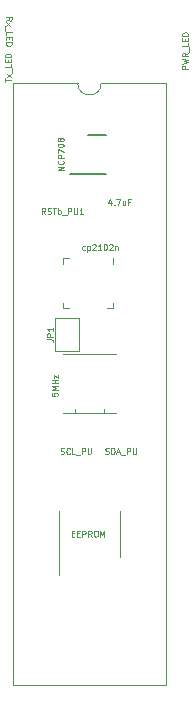
<source format=gbr>
%TF.GenerationSoftware,KiCad,Pcbnew,(5.1.9)-1*%
%TF.CreationDate,2021-04-12T21:57:58+01:00*%
%TF.ProjectId,Propeller_dev_board,50726f70-656c-46c6-9572-5f6465765f62,rev?*%
%TF.SameCoordinates,Original*%
%TF.FileFunction,Legend,Top*%
%TF.FilePolarity,Positive*%
%FSLAX46Y46*%
G04 Gerber Fmt 4.6, Leading zero omitted, Abs format (unit mm)*
G04 Created by KiCad (PCBNEW (5.1.9)-1) date 2021-04-12 21:57:58*
%MOMM*%
%LPD*%
G01*
G04 APERTURE LIST*
%ADD10C,0.120000*%
%ADD11C,0.150000*%
%ADD12C,0.100000*%
%ADD13C,0.125000*%
G04 APERTURE END LIST*
D10*
%TO.C,5MHz*%
X119645000Y-118147000D02*
X124195000Y-118147000D01*
X119645000Y-123100000D02*
X124195000Y-123100000D01*
X123120000Y-123063000D02*
X123120000Y-122809000D01*
X120720000Y-123063000D02*
X120720000Y-122809000D01*
%TO.C,JP1*%
X121015000Y-115059000D02*
X121015000Y-117859000D01*
X121015000Y-117859000D02*
X119015000Y-117859000D01*
X119015000Y-117859000D02*
X119015000Y-115059000D01*
X119015000Y-115059000D02*
X121015000Y-115059000D01*
%TO.C,cp2102n*%
X123903000Y-110506000D02*
X123903000Y-110031000D01*
X119683000Y-114251000D02*
X120158000Y-114251000D01*
X119683000Y-113776000D02*
X119683000Y-114251000D01*
X119683000Y-110031000D02*
X120158000Y-110031000D01*
X119683000Y-110506000D02*
X119683000Y-110031000D01*
X123903000Y-114251000D02*
X123428000Y-114251000D01*
X123903000Y-113776000D02*
X123903000Y-114251000D01*
%TO.C,U3*%
X128380000Y-95190000D02*
X122920000Y-95190000D01*
X128380000Y-146110000D02*
X128380000Y-95190000D01*
X115460000Y-146110000D02*
X128380000Y-146110000D01*
X115460000Y-95190000D02*
X115460000Y-146110000D01*
X120920000Y-95190000D02*
X115460000Y-95190000D01*
X122920000Y-95190000D02*
G75*
G02*
X120920000Y-95190000I-1000000J0D01*
G01*
%TO.C,EEPROM*%
X119360000Y-133350000D02*
X119360000Y-136800000D01*
X119360000Y-133350000D02*
X119360000Y-131400000D01*
X124480000Y-133350000D02*
X124480000Y-135300000D01*
X124480000Y-133350000D02*
X124480000Y-131400000D01*
D11*
%TO.C,NCP708*%
X121793000Y-99569000D02*
X123293000Y-99569000D01*
X120293000Y-102869000D02*
X123293000Y-102869000D01*
%TO.C,PWR_LED*%
D12*
X130274190Y-93991714D02*
X129774190Y-93991714D01*
X129774190Y-93801238D01*
X129798000Y-93753619D01*
X129821809Y-93729809D01*
X129869428Y-93706000D01*
X129940857Y-93706000D01*
X129988476Y-93729809D01*
X130012285Y-93753619D01*
X130036095Y-93801238D01*
X130036095Y-93991714D01*
X129774190Y-93539333D02*
X130274190Y-93420285D01*
X129917047Y-93325047D01*
X130274190Y-93229809D01*
X129774190Y-93110761D01*
X130274190Y-92634571D02*
X130036095Y-92801238D01*
X130274190Y-92920285D02*
X129774190Y-92920285D01*
X129774190Y-92729809D01*
X129798000Y-92682190D01*
X129821809Y-92658380D01*
X129869428Y-92634571D01*
X129940857Y-92634571D01*
X129988476Y-92658380D01*
X130012285Y-92682190D01*
X130036095Y-92729809D01*
X130036095Y-92920285D01*
X130321809Y-92539333D02*
X130321809Y-92158380D01*
X130274190Y-91801238D02*
X130274190Y-92039333D01*
X129774190Y-92039333D01*
X130012285Y-91634571D02*
X130012285Y-91467904D01*
X130274190Y-91396476D02*
X130274190Y-91634571D01*
X129774190Y-91634571D01*
X129774190Y-91396476D01*
X130274190Y-91182190D02*
X129774190Y-91182190D01*
X129774190Y-91063142D01*
X129798000Y-90991714D01*
X129845619Y-90944095D01*
X129893238Y-90920285D01*
X129988476Y-90896476D01*
X130059904Y-90896476D01*
X130155142Y-90920285D01*
X130202761Y-90944095D01*
X130250380Y-90991714D01*
X130274190Y-91063142D01*
X130274190Y-91182190D01*
%TO.C,SCL_PU*%
X119479380Y-126567380D02*
X119550809Y-126591190D01*
X119669857Y-126591190D01*
X119717476Y-126567380D01*
X119741285Y-126543571D01*
X119765095Y-126495952D01*
X119765095Y-126448333D01*
X119741285Y-126400714D01*
X119717476Y-126376904D01*
X119669857Y-126353095D01*
X119574619Y-126329285D01*
X119527000Y-126305476D01*
X119503190Y-126281666D01*
X119479380Y-126234047D01*
X119479380Y-126186428D01*
X119503190Y-126138809D01*
X119527000Y-126115000D01*
X119574619Y-126091190D01*
X119693666Y-126091190D01*
X119765095Y-126115000D01*
X120265095Y-126543571D02*
X120241285Y-126567380D01*
X120169857Y-126591190D01*
X120122238Y-126591190D01*
X120050809Y-126567380D01*
X120003190Y-126519761D01*
X119979380Y-126472142D01*
X119955571Y-126376904D01*
X119955571Y-126305476D01*
X119979380Y-126210238D01*
X120003190Y-126162619D01*
X120050809Y-126115000D01*
X120122238Y-126091190D01*
X120169857Y-126091190D01*
X120241285Y-126115000D01*
X120265095Y-126138809D01*
X120717476Y-126591190D02*
X120479380Y-126591190D01*
X120479380Y-126091190D01*
X120765095Y-126638809D02*
X121146047Y-126638809D01*
X121265095Y-126591190D02*
X121265095Y-126091190D01*
X121455571Y-126091190D01*
X121503190Y-126115000D01*
X121527000Y-126138809D01*
X121550809Y-126186428D01*
X121550809Y-126257857D01*
X121527000Y-126305476D01*
X121503190Y-126329285D01*
X121455571Y-126353095D01*
X121265095Y-126353095D01*
X121765095Y-126091190D02*
X121765095Y-126495952D01*
X121788904Y-126543571D01*
X121812714Y-126567380D01*
X121860333Y-126591190D01*
X121955571Y-126591190D01*
X122003190Y-126567380D01*
X122027000Y-126543571D01*
X122050809Y-126495952D01*
X122050809Y-126091190D01*
%TO.C,SDA_PU*%
X123277476Y-126567380D02*
X123348904Y-126591190D01*
X123467952Y-126591190D01*
X123515571Y-126567380D01*
X123539380Y-126543571D01*
X123563190Y-126495952D01*
X123563190Y-126448333D01*
X123539380Y-126400714D01*
X123515571Y-126376904D01*
X123467952Y-126353095D01*
X123372714Y-126329285D01*
X123325095Y-126305476D01*
X123301285Y-126281666D01*
X123277476Y-126234047D01*
X123277476Y-126186428D01*
X123301285Y-126138809D01*
X123325095Y-126115000D01*
X123372714Y-126091190D01*
X123491761Y-126091190D01*
X123563190Y-126115000D01*
X123777476Y-126591190D02*
X123777476Y-126091190D01*
X123896523Y-126091190D01*
X123967952Y-126115000D01*
X124015571Y-126162619D01*
X124039380Y-126210238D01*
X124063190Y-126305476D01*
X124063190Y-126376904D01*
X124039380Y-126472142D01*
X124015571Y-126519761D01*
X123967952Y-126567380D01*
X123896523Y-126591190D01*
X123777476Y-126591190D01*
X124253666Y-126448333D02*
X124491761Y-126448333D01*
X124206047Y-126591190D02*
X124372714Y-126091190D01*
X124539380Y-126591190D01*
X124587000Y-126638809D02*
X124967952Y-126638809D01*
X125087000Y-126591190D02*
X125087000Y-126091190D01*
X125277476Y-126091190D01*
X125325095Y-126115000D01*
X125348904Y-126138809D01*
X125372714Y-126186428D01*
X125372714Y-126257857D01*
X125348904Y-126305476D01*
X125325095Y-126329285D01*
X125277476Y-126353095D01*
X125087000Y-126353095D01*
X125587000Y-126091190D02*
X125587000Y-126495952D01*
X125610809Y-126543571D01*
X125634619Y-126567380D01*
X125682238Y-126591190D01*
X125777476Y-126591190D01*
X125825095Y-126567380D01*
X125848904Y-126543571D01*
X125872714Y-126495952D01*
X125872714Y-126091190D01*
%TO.C,Tx_LED*%
X114788190Y-95067285D02*
X114788190Y-94781571D01*
X115288190Y-94924428D02*
X114788190Y-94924428D01*
X115288190Y-94662523D02*
X114954857Y-94400619D01*
X114954857Y-94662523D02*
X115288190Y-94400619D01*
X115335809Y-94329190D02*
X115335809Y-93948238D01*
X115288190Y-93591095D02*
X115288190Y-93829190D01*
X114788190Y-93829190D01*
X115026285Y-93424428D02*
X115026285Y-93257761D01*
X115288190Y-93186333D02*
X115288190Y-93424428D01*
X114788190Y-93424428D01*
X114788190Y-93186333D01*
X115288190Y-92972047D02*
X114788190Y-92972047D01*
X114788190Y-92853000D01*
X114812000Y-92781571D01*
X114859619Y-92733952D01*
X114907238Y-92710142D01*
X115002476Y-92686333D01*
X115073904Y-92686333D01*
X115169142Y-92710142D01*
X115216761Y-92733952D01*
X115264380Y-92781571D01*
X115288190Y-92853000D01*
X115288190Y-92972047D01*
%TO.C,Rx_LED*%
X114835809Y-89888333D02*
X115073904Y-89721666D01*
X114835809Y-89602619D02*
X115335809Y-89602619D01*
X115335809Y-89793095D01*
X115312000Y-89840714D01*
X115288190Y-89864523D01*
X115240571Y-89888333D01*
X115169142Y-89888333D01*
X115121523Y-89864523D01*
X115097714Y-89840714D01*
X115073904Y-89793095D01*
X115073904Y-89602619D01*
X114835809Y-90055000D02*
X115169142Y-90316904D01*
X115169142Y-90055000D02*
X114835809Y-90316904D01*
X114788190Y-90388333D02*
X114788190Y-90769285D01*
X114835809Y-91126428D02*
X114835809Y-90888333D01*
X115335809Y-90888333D01*
X115097714Y-91293095D02*
X115097714Y-91459761D01*
X114835809Y-91531190D02*
X114835809Y-91293095D01*
X115335809Y-91293095D01*
X115335809Y-91531190D01*
X114835809Y-91745476D02*
X115335809Y-91745476D01*
X115335809Y-91864523D01*
X115312000Y-91935952D01*
X115264380Y-91983571D01*
X115216761Y-92007380D01*
X115121523Y-92031190D01*
X115050095Y-92031190D01*
X114954857Y-92007380D01*
X114907238Y-91983571D01*
X114859619Y-91935952D01*
X114835809Y-91864523D01*
X114835809Y-91745476D01*
%TO.C,4.7uF*%
X123757619Y-105184857D02*
X123757619Y-105518190D01*
X123638571Y-104994380D02*
X123519523Y-105351523D01*
X123829047Y-105351523D01*
X124019523Y-105470571D02*
X124043333Y-105494380D01*
X124019523Y-105518190D01*
X123995714Y-105494380D01*
X124019523Y-105470571D01*
X124019523Y-105518190D01*
X124210000Y-105018190D02*
X124543333Y-105018190D01*
X124329047Y-105518190D01*
X124948095Y-105184857D02*
X124948095Y-105518190D01*
X124733809Y-105184857D02*
X124733809Y-105446761D01*
X124757619Y-105494380D01*
X124805238Y-105518190D01*
X124876666Y-105518190D01*
X124924285Y-105494380D01*
X124948095Y-105470571D01*
X125352857Y-105256285D02*
X125186190Y-105256285D01*
X125186190Y-105518190D02*
X125186190Y-105018190D01*
X125424285Y-105018190D01*
%TO.C,RSTb_PU1*%
X118193523Y-106271190D02*
X118026857Y-106033095D01*
X117907809Y-106271190D02*
X117907809Y-105771190D01*
X118098285Y-105771190D01*
X118145904Y-105795000D01*
X118169714Y-105818809D01*
X118193523Y-105866428D01*
X118193523Y-105937857D01*
X118169714Y-105985476D01*
X118145904Y-106009285D01*
X118098285Y-106033095D01*
X117907809Y-106033095D01*
X118384000Y-106247380D02*
X118455428Y-106271190D01*
X118574476Y-106271190D01*
X118622095Y-106247380D01*
X118645904Y-106223571D01*
X118669714Y-106175952D01*
X118669714Y-106128333D01*
X118645904Y-106080714D01*
X118622095Y-106056904D01*
X118574476Y-106033095D01*
X118479238Y-106009285D01*
X118431619Y-105985476D01*
X118407809Y-105961666D01*
X118384000Y-105914047D01*
X118384000Y-105866428D01*
X118407809Y-105818809D01*
X118431619Y-105795000D01*
X118479238Y-105771190D01*
X118598285Y-105771190D01*
X118669714Y-105795000D01*
X118812571Y-105771190D02*
X119098285Y-105771190D01*
X118955428Y-106271190D02*
X118955428Y-105771190D01*
X119264952Y-106271190D02*
X119264952Y-105771190D01*
X119264952Y-105961666D02*
X119312571Y-105937857D01*
X119407809Y-105937857D01*
X119455428Y-105961666D01*
X119479238Y-105985476D01*
X119503047Y-106033095D01*
X119503047Y-106175952D01*
X119479238Y-106223571D01*
X119455428Y-106247380D01*
X119407809Y-106271190D01*
X119312571Y-106271190D01*
X119264952Y-106247380D01*
X119598285Y-106318809D02*
X119979238Y-106318809D01*
X120098285Y-106271190D02*
X120098285Y-105771190D01*
X120288761Y-105771190D01*
X120336380Y-105795000D01*
X120360190Y-105818809D01*
X120384000Y-105866428D01*
X120384000Y-105937857D01*
X120360190Y-105985476D01*
X120336380Y-106009285D01*
X120288761Y-106033095D01*
X120098285Y-106033095D01*
X120598285Y-105771190D02*
X120598285Y-106175952D01*
X120622095Y-106223571D01*
X120645904Y-106247380D01*
X120693523Y-106271190D01*
X120788761Y-106271190D01*
X120836380Y-106247380D01*
X120860190Y-106223571D01*
X120884000Y-106175952D01*
X120884000Y-105771190D01*
X121384000Y-106271190D02*
X121098285Y-106271190D01*
X121241142Y-106271190D02*
X121241142Y-105771190D01*
X121193523Y-105842619D01*
X121145904Y-105890238D01*
X121098285Y-105914047D01*
%TO.C,5MHz*%
X118725190Y-121407952D02*
X118725190Y-121646047D01*
X118963285Y-121669857D01*
X118939476Y-121646047D01*
X118915666Y-121598428D01*
X118915666Y-121479380D01*
X118939476Y-121431761D01*
X118963285Y-121407952D01*
X119010904Y-121384142D01*
X119129952Y-121384142D01*
X119177571Y-121407952D01*
X119201380Y-121431761D01*
X119225190Y-121479380D01*
X119225190Y-121598428D01*
X119201380Y-121646047D01*
X119177571Y-121669857D01*
X119225190Y-121169857D02*
X118725190Y-121169857D01*
X119082333Y-121003190D01*
X118725190Y-120836523D01*
X119225190Y-120836523D01*
X119225190Y-120598428D02*
X118725190Y-120598428D01*
X118963285Y-120598428D02*
X118963285Y-120312714D01*
X119225190Y-120312714D02*
X118725190Y-120312714D01*
X118891857Y-120122238D02*
X118891857Y-119860333D01*
X119225190Y-120122238D01*
X119225190Y-119860333D01*
%TO.C,JP1*%
D13*
X118344190Y-116890666D02*
X118701333Y-116890666D01*
X118772761Y-116914476D01*
X118820380Y-116962095D01*
X118844190Y-117033523D01*
X118844190Y-117081142D01*
X118844190Y-116652571D02*
X118344190Y-116652571D01*
X118344190Y-116462095D01*
X118368000Y-116414476D01*
X118391809Y-116390666D01*
X118439428Y-116366857D01*
X118510857Y-116366857D01*
X118558476Y-116390666D01*
X118582285Y-116414476D01*
X118606095Y-116462095D01*
X118606095Y-116652571D01*
X118844190Y-115890666D02*
X118844190Y-116176380D01*
X118844190Y-116033523D02*
X118344190Y-116033523D01*
X118415619Y-116081142D01*
X118463238Y-116128761D01*
X118487047Y-116176380D01*
%TO.C,cp2102n*%
D12*
X121523285Y-109295380D02*
X121475666Y-109319190D01*
X121380428Y-109319190D01*
X121332809Y-109295380D01*
X121309000Y-109271571D01*
X121285190Y-109223952D01*
X121285190Y-109081095D01*
X121309000Y-109033476D01*
X121332809Y-109009666D01*
X121380428Y-108985857D01*
X121475666Y-108985857D01*
X121523285Y-109009666D01*
X121737571Y-108985857D02*
X121737571Y-109485857D01*
X121737571Y-109009666D02*
X121785190Y-108985857D01*
X121880428Y-108985857D01*
X121928047Y-109009666D01*
X121951857Y-109033476D01*
X121975666Y-109081095D01*
X121975666Y-109223952D01*
X121951857Y-109271571D01*
X121928047Y-109295380D01*
X121880428Y-109319190D01*
X121785190Y-109319190D01*
X121737571Y-109295380D01*
X122166142Y-108866809D02*
X122189952Y-108843000D01*
X122237571Y-108819190D01*
X122356619Y-108819190D01*
X122404238Y-108843000D01*
X122428047Y-108866809D01*
X122451857Y-108914428D01*
X122451857Y-108962047D01*
X122428047Y-109033476D01*
X122142333Y-109319190D01*
X122451857Y-109319190D01*
X122928047Y-109319190D02*
X122642333Y-109319190D01*
X122785190Y-109319190D02*
X122785190Y-108819190D01*
X122737571Y-108890619D01*
X122689952Y-108938238D01*
X122642333Y-108962047D01*
X123237571Y-108819190D02*
X123285190Y-108819190D01*
X123332809Y-108843000D01*
X123356619Y-108866809D01*
X123380428Y-108914428D01*
X123404238Y-109009666D01*
X123404238Y-109128714D01*
X123380428Y-109223952D01*
X123356619Y-109271571D01*
X123332809Y-109295380D01*
X123285190Y-109319190D01*
X123237571Y-109319190D01*
X123189952Y-109295380D01*
X123166142Y-109271571D01*
X123142333Y-109223952D01*
X123118523Y-109128714D01*
X123118523Y-109009666D01*
X123142333Y-108914428D01*
X123166142Y-108866809D01*
X123189952Y-108843000D01*
X123237571Y-108819190D01*
X123594714Y-108866809D02*
X123618523Y-108843000D01*
X123666142Y-108819190D01*
X123785190Y-108819190D01*
X123832809Y-108843000D01*
X123856619Y-108866809D01*
X123880428Y-108914428D01*
X123880428Y-108962047D01*
X123856619Y-109033476D01*
X123570904Y-109319190D01*
X123880428Y-109319190D01*
X124094714Y-108985857D02*
X124094714Y-109319190D01*
X124094714Y-109033476D02*
X124118523Y-109009666D01*
X124166142Y-108985857D01*
X124237571Y-108985857D01*
X124285190Y-109009666D01*
X124309000Y-109057285D01*
X124309000Y-109319190D01*
%TO.C,EEPROM*%
D13*
X120412047Y-133314285D02*
X120578714Y-133314285D01*
X120650142Y-133576190D02*
X120412047Y-133576190D01*
X120412047Y-133076190D01*
X120650142Y-133076190D01*
X120864428Y-133314285D02*
X121031095Y-133314285D01*
X121102523Y-133576190D02*
X120864428Y-133576190D01*
X120864428Y-133076190D01*
X121102523Y-133076190D01*
X121316809Y-133576190D02*
X121316809Y-133076190D01*
X121507285Y-133076190D01*
X121554904Y-133100000D01*
X121578714Y-133123809D01*
X121602523Y-133171428D01*
X121602523Y-133242857D01*
X121578714Y-133290476D01*
X121554904Y-133314285D01*
X121507285Y-133338095D01*
X121316809Y-133338095D01*
X122102523Y-133576190D02*
X121935857Y-133338095D01*
X121816809Y-133576190D02*
X121816809Y-133076190D01*
X122007285Y-133076190D01*
X122054904Y-133100000D01*
X122078714Y-133123809D01*
X122102523Y-133171428D01*
X122102523Y-133242857D01*
X122078714Y-133290476D01*
X122054904Y-133314285D01*
X122007285Y-133338095D01*
X121816809Y-133338095D01*
X122412047Y-133076190D02*
X122507285Y-133076190D01*
X122554904Y-133100000D01*
X122602523Y-133147619D01*
X122626333Y-133242857D01*
X122626333Y-133409523D01*
X122602523Y-133504761D01*
X122554904Y-133552380D01*
X122507285Y-133576190D01*
X122412047Y-133576190D01*
X122364428Y-133552380D01*
X122316809Y-133504761D01*
X122293000Y-133409523D01*
X122293000Y-133242857D01*
X122316809Y-133147619D01*
X122364428Y-133100000D01*
X122412047Y-133076190D01*
X122840619Y-133576190D02*
X122840619Y-133076190D01*
X123007285Y-133433333D01*
X123173952Y-133076190D01*
X123173952Y-133576190D01*
D11*
%TO.C,NCP708*%
D12*
X119733190Y-102576142D02*
X119233190Y-102576142D01*
X119733190Y-102290428D01*
X119233190Y-102290428D01*
X119685571Y-101766619D02*
X119709380Y-101790428D01*
X119733190Y-101861857D01*
X119733190Y-101909476D01*
X119709380Y-101980904D01*
X119661761Y-102028523D01*
X119614142Y-102052333D01*
X119518904Y-102076142D01*
X119447476Y-102076142D01*
X119352238Y-102052333D01*
X119304619Y-102028523D01*
X119257000Y-101980904D01*
X119233190Y-101909476D01*
X119233190Y-101861857D01*
X119257000Y-101790428D01*
X119280809Y-101766619D01*
X119733190Y-101552333D02*
X119233190Y-101552333D01*
X119233190Y-101361857D01*
X119257000Y-101314238D01*
X119280809Y-101290428D01*
X119328428Y-101266619D01*
X119399857Y-101266619D01*
X119447476Y-101290428D01*
X119471285Y-101314238D01*
X119495095Y-101361857D01*
X119495095Y-101552333D01*
X119233190Y-101099952D02*
X119233190Y-100766619D01*
X119733190Y-100980904D01*
X119233190Y-100480904D02*
X119233190Y-100433285D01*
X119257000Y-100385666D01*
X119280809Y-100361857D01*
X119328428Y-100338047D01*
X119423666Y-100314238D01*
X119542714Y-100314238D01*
X119637952Y-100338047D01*
X119685571Y-100361857D01*
X119709380Y-100385666D01*
X119733190Y-100433285D01*
X119733190Y-100480904D01*
X119709380Y-100528523D01*
X119685571Y-100552333D01*
X119637952Y-100576142D01*
X119542714Y-100599952D01*
X119423666Y-100599952D01*
X119328428Y-100576142D01*
X119280809Y-100552333D01*
X119257000Y-100528523D01*
X119233190Y-100480904D01*
X119447476Y-100028523D02*
X119423666Y-100076142D01*
X119399857Y-100099952D01*
X119352238Y-100123761D01*
X119328428Y-100123761D01*
X119280809Y-100099952D01*
X119257000Y-100076142D01*
X119233190Y-100028523D01*
X119233190Y-99933285D01*
X119257000Y-99885666D01*
X119280809Y-99861857D01*
X119328428Y-99838047D01*
X119352238Y-99838047D01*
X119399857Y-99861857D01*
X119423666Y-99885666D01*
X119447476Y-99933285D01*
X119447476Y-100028523D01*
X119471285Y-100076142D01*
X119495095Y-100099952D01*
X119542714Y-100123761D01*
X119637952Y-100123761D01*
X119685571Y-100099952D01*
X119709380Y-100076142D01*
X119733190Y-100028523D01*
X119733190Y-99933285D01*
X119709380Y-99885666D01*
X119685571Y-99861857D01*
X119637952Y-99838047D01*
X119542714Y-99838047D01*
X119495095Y-99861857D01*
X119471285Y-99885666D01*
X119447476Y-99933285D01*
%TD*%
M02*

</source>
